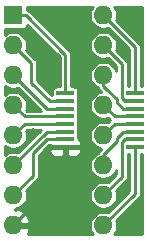
<source format=gbr>
G04 #@! TF.GenerationSoftware,KiCad,Pcbnew,(5.1.5)-3*
G04 #@! TF.CreationDate,2020-06-23T05:06:26-04:00*
G04 #@! TF.ProjectId,dip16tssop,64697031-3674-4737-936f-702e6b696361,rev?*
G04 #@! TF.SameCoordinates,Original*
G04 #@! TF.FileFunction,Copper,L1,Top*
G04 #@! TF.FilePolarity,Positive*
%FSLAX46Y46*%
G04 Gerber Fmt 4.6, Leading zero omitted, Abs format (unit mm)*
G04 Created by KiCad (PCBNEW (5.1.5)-3) date 2020-06-23 05:06:26*
%MOMM*%
%LPD*%
G04 APERTURE LIST*
%ADD10R,1.600000X1.600000*%
%ADD11O,1.600000X1.600000*%
%ADD12R,1.500000X0.450000*%
%ADD13C,0.800000*%
%ADD14C,0.250000*%
%ADD15C,0.239000*%
G04 APERTURE END LIST*
D10*
X106680000Y-71120000D03*
D11*
X114300000Y-88900000D03*
X106680000Y-73660000D03*
X114300000Y-86360000D03*
X106680000Y-76200000D03*
X114300000Y-83820000D03*
X106680000Y-78740000D03*
X114300000Y-81280000D03*
X106680000Y-81280000D03*
X114300000Y-78740000D03*
X106680000Y-83820000D03*
X114300000Y-76200000D03*
X106680000Y-86360000D03*
X114300000Y-73660000D03*
X106680000Y-88900000D03*
X114300000Y-71120000D03*
D12*
X111070600Y-77735000D03*
X111070600Y-78385000D03*
X111070600Y-79035000D03*
X111070600Y-79685000D03*
X111070600Y-80335000D03*
X111070600Y-80985000D03*
X111070600Y-81635000D03*
X111070600Y-82285000D03*
X116970600Y-82285000D03*
X116970600Y-81635000D03*
X116970600Y-80985000D03*
X116970600Y-80335000D03*
X116970600Y-79685000D03*
X116970600Y-79035000D03*
X116970600Y-78385000D03*
X116970600Y-77735000D03*
D13*
X110490000Y-71882000D03*
X108839000Y-73914000D03*
X116586000Y-88392000D03*
X116586000Y-71374000D03*
X108305600Y-81102200D03*
X108305600Y-78917800D03*
D14*
X107730000Y-71120000D02*
X106680000Y-71120000D01*
X111070600Y-74460600D02*
X107730000Y-71120000D01*
X111070600Y-77735000D02*
X111070600Y-74460600D01*
X108204000Y-75184000D02*
X106680000Y-73660000D01*
X108204000Y-76835000D02*
X108204000Y-75184000D01*
X111070600Y-78385000D02*
X109754000Y-78385000D01*
X109754000Y-78385000D02*
X108204000Y-76835000D01*
X116970600Y-86229400D02*
X114300000Y-88900000D01*
X116970600Y-82285000D02*
X116970600Y-86229400D01*
X109515000Y-79035000D02*
X106680000Y-76200000D01*
X111070600Y-79035000D02*
X109515000Y-79035000D01*
X115875011Y-81863989D02*
X115875011Y-84784989D01*
X116970600Y-81635000D02*
X116104000Y-81635000D01*
X115875011Y-84784989D02*
X114300000Y-86360000D01*
X116104000Y-81635000D02*
X115875011Y-81863989D01*
X107625000Y-79685000D02*
X106680000Y-78740000D01*
X111070600Y-79685000D02*
X107625000Y-79685000D01*
X114300000Y-82931000D02*
X114300000Y-83820000D01*
X115425001Y-81530599D02*
X115425001Y-81805999D01*
X116970600Y-80985000D02*
X115970600Y-80985000D01*
X115425001Y-81805999D02*
X114300000Y-82931000D01*
X115970600Y-80985000D02*
X115425001Y-81530599D01*
X107625000Y-80335000D02*
X106680000Y-81280000D01*
X111070600Y-80335000D02*
X107625000Y-80335000D01*
X115245000Y-80335000D02*
X114300000Y-81280000D01*
X116970600Y-80335000D02*
X115245000Y-80335000D01*
X109515000Y-80985000D02*
X106680000Y-83820000D01*
X111070600Y-80985000D02*
X109515000Y-80985000D01*
X115245000Y-79685000D02*
X114300000Y-78740000D01*
X116970600Y-79685000D02*
X115245000Y-79685000D01*
X116970600Y-73790600D02*
X114300000Y-71120000D01*
X116970600Y-77735000D02*
X116970600Y-73790600D01*
X115425001Y-78489401D02*
X115425001Y-78239401D01*
X116970600Y-79035000D02*
X115970600Y-79035000D01*
X115970600Y-79035000D02*
X115425001Y-78489401D01*
X115425001Y-78239401D02*
X114554000Y-77368400D01*
X114554000Y-77368400D02*
X114554000Y-77343000D01*
X114554000Y-77343000D02*
X114300000Y-77089000D01*
X114300000Y-77089000D02*
X114300000Y-76200000D01*
X108331000Y-84709000D02*
X106680000Y-86360000D01*
X111070600Y-81635000D02*
X109501410Y-81635000D01*
X108331000Y-82805410D02*
X108331000Y-84709000D01*
X109501410Y-81635000D02*
X108331000Y-82805410D01*
X115875011Y-75235011D02*
X114300000Y-73660000D01*
X115875011Y-78155800D02*
X115875011Y-75235011D01*
X116104211Y-78385000D02*
X115875011Y-78155800D01*
X116970600Y-78385000D02*
X116104211Y-78385000D01*
X111070600Y-84509400D02*
X106680000Y-88900000D01*
X111070600Y-82285000D02*
X111070600Y-84509400D01*
D15*
G36*
X117564500Y-89624500D02*
G01*
X115209220Y-89624500D01*
X115326649Y-89448755D01*
X115413979Y-89237922D01*
X115458500Y-89014102D01*
X115458500Y-88785898D01*
X115413979Y-88562078D01*
X115386949Y-88496823D01*
X117295693Y-86588079D01*
X117314140Y-86572940D01*
X117336313Y-86545922D01*
X117374560Y-86499319D01*
X117419457Y-86415323D01*
X117447104Y-86324182D01*
X117454100Y-86253149D01*
X117454100Y-86253146D01*
X117456439Y-86229400D01*
X117454100Y-86205654D01*
X117454100Y-82870234D01*
X117564500Y-82870234D01*
X117564500Y-89624500D01*
G37*
X117564500Y-89624500D02*
X115209220Y-89624500D01*
X115326649Y-89448755D01*
X115413979Y-89237922D01*
X115458500Y-89014102D01*
X115458500Y-88785898D01*
X115413979Y-88562078D01*
X115386949Y-88496823D01*
X117295693Y-86588079D01*
X117314140Y-86572940D01*
X117336313Y-86545922D01*
X117374560Y-86499319D01*
X117419457Y-86415323D01*
X117447104Y-86324182D01*
X117454100Y-86253149D01*
X117454100Y-86253146D01*
X117456439Y-86229400D01*
X117454100Y-86205654D01*
X117454100Y-82870234D01*
X117564500Y-82870234D01*
X117564500Y-89624500D01*
G36*
X113273351Y-70571245D02*
G01*
X113186021Y-70782078D01*
X113141500Y-71005898D01*
X113141500Y-71234102D01*
X113186021Y-71457922D01*
X113273351Y-71668755D01*
X113400135Y-71858500D01*
X113561500Y-72019865D01*
X113751245Y-72146649D01*
X113962078Y-72233979D01*
X114185898Y-72278500D01*
X114414102Y-72278500D01*
X114637922Y-72233979D01*
X114703177Y-72206949D01*
X116487101Y-73990873D01*
X116487100Y-77149766D01*
X116358511Y-77149766D01*
X116358511Y-75258750D01*
X116360849Y-75235011D01*
X116358511Y-75211272D01*
X116358511Y-75211262D01*
X116351515Y-75140229D01*
X116323868Y-75049088D01*
X116296602Y-74998077D01*
X116278971Y-74965092D01*
X116233690Y-74909918D01*
X116218551Y-74891471D01*
X116200104Y-74876332D01*
X115386949Y-74063177D01*
X115413979Y-73997922D01*
X115458500Y-73774102D01*
X115458500Y-73545898D01*
X115413979Y-73322078D01*
X115326649Y-73111245D01*
X115199865Y-72921500D01*
X115038500Y-72760135D01*
X114848755Y-72633351D01*
X114637922Y-72546021D01*
X114414102Y-72501500D01*
X114185898Y-72501500D01*
X113962078Y-72546021D01*
X113751245Y-72633351D01*
X113561500Y-72760135D01*
X113400135Y-72921500D01*
X113273351Y-73111245D01*
X113186021Y-73322078D01*
X113141500Y-73545898D01*
X113141500Y-73774102D01*
X113186021Y-73997922D01*
X113273351Y-74208755D01*
X113400135Y-74398500D01*
X113561500Y-74559865D01*
X113751245Y-74686649D01*
X113962078Y-74773979D01*
X114185898Y-74818500D01*
X114414102Y-74818500D01*
X114637922Y-74773979D01*
X114703177Y-74746949D01*
X115391512Y-75435284D01*
X115391512Y-75807837D01*
X115326649Y-75651245D01*
X115199865Y-75461500D01*
X115038500Y-75300135D01*
X114848755Y-75173351D01*
X114637922Y-75086021D01*
X114414102Y-75041500D01*
X114185898Y-75041500D01*
X113962078Y-75086021D01*
X113751245Y-75173351D01*
X113561500Y-75300135D01*
X113400135Y-75461500D01*
X113273351Y-75651245D01*
X113186021Y-75862078D01*
X113141500Y-76085898D01*
X113141500Y-76314102D01*
X113186021Y-76537922D01*
X113273351Y-76748755D01*
X113400135Y-76938500D01*
X113561500Y-77099865D01*
X113751245Y-77226649D01*
X113848751Y-77267037D01*
X113851143Y-77274922D01*
X113896040Y-77358918D01*
X113956460Y-77432540D01*
X113974907Y-77447679D01*
X114121531Y-77594303D01*
X113962078Y-77626021D01*
X113751245Y-77713351D01*
X113561500Y-77840135D01*
X113400135Y-78001500D01*
X113273351Y-78191245D01*
X113186021Y-78402078D01*
X113141500Y-78625898D01*
X113141500Y-78854102D01*
X113186021Y-79077922D01*
X113273351Y-79288755D01*
X113400135Y-79478500D01*
X113561500Y-79639865D01*
X113751245Y-79766649D01*
X113962078Y-79853979D01*
X114185898Y-79898500D01*
X114414102Y-79898500D01*
X114637922Y-79853979D01*
X114703177Y-79826949D01*
X114886228Y-80010000D01*
X114703177Y-80193051D01*
X114637922Y-80166021D01*
X114414102Y-80121500D01*
X114185898Y-80121500D01*
X113962078Y-80166021D01*
X113751245Y-80253351D01*
X113561500Y-80380135D01*
X113400135Y-80541500D01*
X113273351Y-80731245D01*
X113186021Y-80942078D01*
X113141500Y-81165898D01*
X113141500Y-81394102D01*
X113186021Y-81617922D01*
X113273351Y-81828755D01*
X113400135Y-82018500D01*
X113561500Y-82179865D01*
X113751245Y-82306649D01*
X113962078Y-82393979D01*
X114121531Y-82425697D01*
X113974907Y-82572321D01*
X113956460Y-82587460D01*
X113896040Y-82661082D01*
X113851143Y-82745078D01*
X113848751Y-82752963D01*
X113751245Y-82793351D01*
X113561500Y-82920135D01*
X113400135Y-83081500D01*
X113273351Y-83271245D01*
X113186021Y-83482078D01*
X113141500Y-83705898D01*
X113141500Y-83934102D01*
X113186021Y-84157922D01*
X113273351Y-84368755D01*
X113400135Y-84558500D01*
X113561500Y-84719865D01*
X113751245Y-84846649D01*
X113962078Y-84933979D01*
X114185898Y-84978500D01*
X114414102Y-84978500D01*
X114637922Y-84933979D01*
X114848755Y-84846649D01*
X115038500Y-84719865D01*
X115199865Y-84558500D01*
X115326649Y-84368755D01*
X115391512Y-84212163D01*
X115391512Y-84584716D01*
X114703177Y-85273051D01*
X114637922Y-85246021D01*
X114414102Y-85201500D01*
X114185898Y-85201500D01*
X113962078Y-85246021D01*
X113751245Y-85333351D01*
X113561500Y-85460135D01*
X113400135Y-85621500D01*
X113273351Y-85811245D01*
X113186021Y-86022078D01*
X113141500Y-86245898D01*
X113141500Y-86474102D01*
X113186021Y-86697922D01*
X113273351Y-86908755D01*
X113400135Y-87098500D01*
X113561500Y-87259865D01*
X113751245Y-87386649D01*
X113962078Y-87473979D01*
X114185898Y-87518500D01*
X114414102Y-87518500D01*
X114637922Y-87473979D01*
X114848755Y-87386649D01*
X115038500Y-87259865D01*
X115199865Y-87098500D01*
X115326649Y-86908755D01*
X115413979Y-86697922D01*
X115458500Y-86474102D01*
X115458500Y-86245898D01*
X115413979Y-86022078D01*
X115386949Y-85956823D01*
X116200104Y-85143668D01*
X116218551Y-85128529D01*
X116236687Y-85106431D01*
X116278971Y-85054908D01*
X116323868Y-84970912D01*
X116335071Y-84933979D01*
X116351515Y-84879771D01*
X116358511Y-84808738D01*
X116358511Y-84808728D01*
X116360849Y-84784989D01*
X116358511Y-84761250D01*
X116358511Y-82870234D01*
X116487100Y-82870234D01*
X116487101Y-86029127D01*
X114703177Y-87813051D01*
X114637922Y-87786021D01*
X114414102Y-87741500D01*
X114185898Y-87741500D01*
X113962078Y-87786021D01*
X113751245Y-87873351D01*
X113561500Y-88000135D01*
X113400135Y-88161500D01*
X113273351Y-88351245D01*
X113186021Y-88562078D01*
X113141500Y-88785898D01*
X113141500Y-89014102D01*
X113186021Y-89237922D01*
X113273351Y-89448755D01*
X113390780Y-89624500D01*
X107909738Y-89624500D01*
X108026922Y-89372836D01*
X108062613Y-89255161D01*
X107943486Y-89034500D01*
X106814500Y-89034500D01*
X106814500Y-89054500D01*
X106545500Y-89054500D01*
X106545500Y-89034500D01*
X106525500Y-89034500D01*
X106525500Y-88765500D01*
X106545500Y-88765500D01*
X106545500Y-88745500D01*
X106814500Y-88745500D01*
X106814500Y-88765500D01*
X107943486Y-88765500D01*
X108062613Y-88544839D01*
X108026922Y-88427164D01*
X107908796Y-88173478D01*
X107743448Y-87947712D01*
X107537232Y-87758542D01*
X107298073Y-87613237D01*
X107035162Y-87517382D01*
X106814502Y-87635719D01*
X106814502Y-87514442D01*
X107017922Y-87473979D01*
X107228755Y-87386649D01*
X107418500Y-87259865D01*
X107579865Y-87098500D01*
X107706649Y-86908755D01*
X107793979Y-86697922D01*
X107838500Y-86474102D01*
X107838500Y-86245898D01*
X107793979Y-86022078D01*
X107766949Y-85956823D01*
X108656093Y-85067679D01*
X108674540Y-85052540D01*
X108734960Y-84978918D01*
X108779857Y-84894923D01*
X108807504Y-84803782D01*
X108814500Y-84732749D01*
X108814500Y-84732746D01*
X108816839Y-84709000D01*
X108814500Y-84685254D01*
X108814500Y-83005682D01*
X109272807Y-82547375D01*
X109693100Y-82547375D01*
X109704436Y-82643855D01*
X109742389Y-82761491D01*
X109802562Y-82869462D01*
X109882644Y-82963619D01*
X109979556Y-83040344D01*
X110089574Y-83096688D01*
X110208470Y-83130486D01*
X110331675Y-83140439D01*
X110779225Y-83137500D01*
X110936100Y-82980625D01*
X110936100Y-82390500D01*
X111205100Y-82390500D01*
X111205100Y-82980625D01*
X111361975Y-83137500D01*
X111809525Y-83140439D01*
X111932730Y-83130486D01*
X112051626Y-83096688D01*
X112161644Y-83040344D01*
X112258556Y-82963619D01*
X112338638Y-82869462D01*
X112398811Y-82761491D01*
X112436764Y-82643855D01*
X112448100Y-82547375D01*
X112291225Y-82390500D01*
X111205100Y-82390500D01*
X110936100Y-82390500D01*
X109849975Y-82390500D01*
X109693100Y-82547375D01*
X109272807Y-82547375D01*
X109701682Y-82118500D01*
X109788975Y-82118500D01*
X109849975Y-82179500D01*
X110157837Y-82179500D01*
X110182744Y-82192813D01*
X110250322Y-82213312D01*
X110320600Y-82220234D01*
X111820600Y-82220234D01*
X111890878Y-82213312D01*
X111958456Y-82192813D01*
X111983363Y-82179500D01*
X112291225Y-82179500D01*
X112448100Y-82022625D01*
X112436764Y-81926145D01*
X112398811Y-81808509D01*
X112338638Y-81700538D01*
X112258556Y-81606381D01*
X112180834Y-81544849D01*
X112180834Y-81410000D01*
X112173912Y-81339722D01*
X112164896Y-81310000D01*
X112173912Y-81280278D01*
X112180834Y-81210000D01*
X112180834Y-80760000D01*
X112173912Y-80689722D01*
X112164896Y-80660000D01*
X112173912Y-80630278D01*
X112180834Y-80560000D01*
X112180834Y-80110000D01*
X112173912Y-80039722D01*
X112164896Y-80010000D01*
X112173912Y-79980278D01*
X112180834Y-79910000D01*
X112180834Y-79460000D01*
X112173912Y-79389722D01*
X112164896Y-79360000D01*
X112173912Y-79330278D01*
X112180834Y-79260000D01*
X112180834Y-78810000D01*
X112173912Y-78739722D01*
X112164896Y-78710000D01*
X112173912Y-78680278D01*
X112180834Y-78610000D01*
X112180834Y-78160000D01*
X112173912Y-78089722D01*
X112164896Y-78060000D01*
X112173912Y-78030278D01*
X112180834Y-77960000D01*
X112180834Y-77510000D01*
X112173912Y-77439722D01*
X112153413Y-77372144D01*
X112120124Y-77309865D01*
X112075324Y-77255276D01*
X112020735Y-77210476D01*
X111958456Y-77177187D01*
X111890878Y-77156688D01*
X111820600Y-77149766D01*
X111554100Y-77149766D01*
X111554100Y-74484346D01*
X111556439Y-74460600D01*
X111554100Y-74436851D01*
X111547104Y-74365818D01*
X111519457Y-74274677D01*
X111500631Y-74239457D01*
X111474560Y-74190681D01*
X111429279Y-74135507D01*
X111414140Y-74117060D01*
X111395693Y-74101921D01*
X108088679Y-70794907D01*
X108073540Y-70776460D01*
X107999918Y-70716040D01*
X107915923Y-70671143D01*
X107840234Y-70648183D01*
X107840234Y-70395500D01*
X113390780Y-70395500D01*
X113273351Y-70571245D01*
G37*
X113273351Y-70571245D02*
X113186021Y-70782078D01*
X113141500Y-71005898D01*
X113141500Y-71234102D01*
X113186021Y-71457922D01*
X113273351Y-71668755D01*
X113400135Y-71858500D01*
X113561500Y-72019865D01*
X113751245Y-72146649D01*
X113962078Y-72233979D01*
X114185898Y-72278500D01*
X114414102Y-72278500D01*
X114637922Y-72233979D01*
X114703177Y-72206949D01*
X116487101Y-73990873D01*
X116487100Y-77149766D01*
X116358511Y-77149766D01*
X116358511Y-75258750D01*
X116360849Y-75235011D01*
X116358511Y-75211272D01*
X116358511Y-75211262D01*
X116351515Y-75140229D01*
X116323868Y-75049088D01*
X116296602Y-74998077D01*
X116278971Y-74965092D01*
X116233690Y-74909918D01*
X116218551Y-74891471D01*
X116200104Y-74876332D01*
X115386949Y-74063177D01*
X115413979Y-73997922D01*
X115458500Y-73774102D01*
X115458500Y-73545898D01*
X115413979Y-73322078D01*
X115326649Y-73111245D01*
X115199865Y-72921500D01*
X115038500Y-72760135D01*
X114848755Y-72633351D01*
X114637922Y-72546021D01*
X114414102Y-72501500D01*
X114185898Y-72501500D01*
X113962078Y-72546021D01*
X113751245Y-72633351D01*
X113561500Y-72760135D01*
X113400135Y-72921500D01*
X113273351Y-73111245D01*
X113186021Y-73322078D01*
X113141500Y-73545898D01*
X113141500Y-73774102D01*
X113186021Y-73997922D01*
X113273351Y-74208755D01*
X113400135Y-74398500D01*
X113561500Y-74559865D01*
X113751245Y-74686649D01*
X113962078Y-74773979D01*
X114185898Y-74818500D01*
X114414102Y-74818500D01*
X114637922Y-74773979D01*
X114703177Y-74746949D01*
X115391512Y-75435284D01*
X115391512Y-75807837D01*
X115326649Y-75651245D01*
X115199865Y-75461500D01*
X115038500Y-75300135D01*
X114848755Y-75173351D01*
X114637922Y-75086021D01*
X114414102Y-75041500D01*
X114185898Y-75041500D01*
X113962078Y-75086021D01*
X113751245Y-75173351D01*
X113561500Y-75300135D01*
X113400135Y-75461500D01*
X113273351Y-75651245D01*
X113186021Y-75862078D01*
X113141500Y-76085898D01*
X113141500Y-76314102D01*
X113186021Y-76537922D01*
X113273351Y-76748755D01*
X113400135Y-76938500D01*
X113561500Y-77099865D01*
X113751245Y-77226649D01*
X113848751Y-77267037D01*
X113851143Y-77274922D01*
X113896040Y-77358918D01*
X113956460Y-77432540D01*
X113974907Y-77447679D01*
X114121531Y-77594303D01*
X113962078Y-77626021D01*
X113751245Y-77713351D01*
X113561500Y-77840135D01*
X113400135Y-78001500D01*
X113273351Y-78191245D01*
X113186021Y-78402078D01*
X113141500Y-78625898D01*
X113141500Y-78854102D01*
X113186021Y-79077922D01*
X113273351Y-79288755D01*
X113400135Y-79478500D01*
X113561500Y-79639865D01*
X113751245Y-79766649D01*
X113962078Y-79853979D01*
X114185898Y-79898500D01*
X114414102Y-79898500D01*
X114637922Y-79853979D01*
X114703177Y-79826949D01*
X114886228Y-80010000D01*
X114703177Y-80193051D01*
X114637922Y-80166021D01*
X114414102Y-80121500D01*
X114185898Y-80121500D01*
X113962078Y-80166021D01*
X113751245Y-80253351D01*
X113561500Y-80380135D01*
X113400135Y-80541500D01*
X113273351Y-80731245D01*
X113186021Y-80942078D01*
X113141500Y-81165898D01*
X113141500Y-81394102D01*
X113186021Y-81617922D01*
X113273351Y-81828755D01*
X113400135Y-82018500D01*
X113561500Y-82179865D01*
X113751245Y-82306649D01*
X113962078Y-82393979D01*
X114121531Y-82425697D01*
X113974907Y-82572321D01*
X113956460Y-82587460D01*
X113896040Y-82661082D01*
X113851143Y-82745078D01*
X113848751Y-82752963D01*
X113751245Y-82793351D01*
X113561500Y-82920135D01*
X113400135Y-83081500D01*
X113273351Y-83271245D01*
X113186021Y-83482078D01*
X113141500Y-83705898D01*
X113141500Y-83934102D01*
X113186021Y-84157922D01*
X113273351Y-84368755D01*
X113400135Y-84558500D01*
X113561500Y-84719865D01*
X113751245Y-84846649D01*
X113962078Y-84933979D01*
X114185898Y-84978500D01*
X114414102Y-84978500D01*
X114637922Y-84933979D01*
X114848755Y-84846649D01*
X115038500Y-84719865D01*
X115199865Y-84558500D01*
X115326649Y-84368755D01*
X115391512Y-84212163D01*
X115391512Y-84584716D01*
X114703177Y-85273051D01*
X114637922Y-85246021D01*
X114414102Y-85201500D01*
X114185898Y-85201500D01*
X113962078Y-85246021D01*
X113751245Y-85333351D01*
X113561500Y-85460135D01*
X113400135Y-85621500D01*
X113273351Y-85811245D01*
X113186021Y-86022078D01*
X113141500Y-86245898D01*
X113141500Y-86474102D01*
X113186021Y-86697922D01*
X113273351Y-86908755D01*
X113400135Y-87098500D01*
X113561500Y-87259865D01*
X113751245Y-87386649D01*
X113962078Y-87473979D01*
X114185898Y-87518500D01*
X114414102Y-87518500D01*
X114637922Y-87473979D01*
X114848755Y-87386649D01*
X115038500Y-87259865D01*
X115199865Y-87098500D01*
X115326649Y-86908755D01*
X115413979Y-86697922D01*
X115458500Y-86474102D01*
X115458500Y-86245898D01*
X115413979Y-86022078D01*
X115386949Y-85956823D01*
X116200104Y-85143668D01*
X116218551Y-85128529D01*
X116236687Y-85106431D01*
X116278971Y-85054908D01*
X116323868Y-84970912D01*
X116335071Y-84933979D01*
X116351515Y-84879771D01*
X116358511Y-84808738D01*
X116358511Y-84808728D01*
X116360849Y-84784989D01*
X116358511Y-84761250D01*
X116358511Y-82870234D01*
X116487100Y-82870234D01*
X116487101Y-86029127D01*
X114703177Y-87813051D01*
X114637922Y-87786021D01*
X114414102Y-87741500D01*
X114185898Y-87741500D01*
X113962078Y-87786021D01*
X113751245Y-87873351D01*
X113561500Y-88000135D01*
X113400135Y-88161500D01*
X113273351Y-88351245D01*
X113186021Y-88562078D01*
X113141500Y-88785898D01*
X113141500Y-89014102D01*
X113186021Y-89237922D01*
X113273351Y-89448755D01*
X113390780Y-89624500D01*
X107909738Y-89624500D01*
X108026922Y-89372836D01*
X108062613Y-89255161D01*
X107943486Y-89034500D01*
X106814500Y-89034500D01*
X106814500Y-89054500D01*
X106545500Y-89054500D01*
X106545500Y-89034500D01*
X106525500Y-89034500D01*
X106525500Y-88765500D01*
X106545500Y-88765500D01*
X106545500Y-88745500D01*
X106814500Y-88745500D01*
X106814500Y-88765500D01*
X107943486Y-88765500D01*
X108062613Y-88544839D01*
X108026922Y-88427164D01*
X107908796Y-88173478D01*
X107743448Y-87947712D01*
X107537232Y-87758542D01*
X107298073Y-87613237D01*
X107035162Y-87517382D01*
X106814502Y-87635719D01*
X106814502Y-87514442D01*
X107017922Y-87473979D01*
X107228755Y-87386649D01*
X107418500Y-87259865D01*
X107579865Y-87098500D01*
X107706649Y-86908755D01*
X107793979Y-86697922D01*
X107838500Y-86474102D01*
X107838500Y-86245898D01*
X107793979Y-86022078D01*
X107766949Y-85956823D01*
X108656093Y-85067679D01*
X108674540Y-85052540D01*
X108734960Y-84978918D01*
X108779857Y-84894923D01*
X108807504Y-84803782D01*
X108814500Y-84732749D01*
X108814500Y-84732746D01*
X108816839Y-84709000D01*
X108814500Y-84685254D01*
X108814500Y-83005682D01*
X109272807Y-82547375D01*
X109693100Y-82547375D01*
X109704436Y-82643855D01*
X109742389Y-82761491D01*
X109802562Y-82869462D01*
X109882644Y-82963619D01*
X109979556Y-83040344D01*
X110089574Y-83096688D01*
X110208470Y-83130486D01*
X110331675Y-83140439D01*
X110779225Y-83137500D01*
X110936100Y-82980625D01*
X110936100Y-82390500D01*
X111205100Y-82390500D01*
X111205100Y-82980625D01*
X111361975Y-83137500D01*
X111809525Y-83140439D01*
X111932730Y-83130486D01*
X112051626Y-83096688D01*
X112161644Y-83040344D01*
X112258556Y-82963619D01*
X112338638Y-82869462D01*
X112398811Y-82761491D01*
X112436764Y-82643855D01*
X112448100Y-82547375D01*
X112291225Y-82390500D01*
X111205100Y-82390500D01*
X110936100Y-82390500D01*
X109849975Y-82390500D01*
X109693100Y-82547375D01*
X109272807Y-82547375D01*
X109701682Y-82118500D01*
X109788975Y-82118500D01*
X109849975Y-82179500D01*
X110157837Y-82179500D01*
X110182744Y-82192813D01*
X110250322Y-82213312D01*
X110320600Y-82220234D01*
X111820600Y-82220234D01*
X111890878Y-82213312D01*
X111958456Y-82192813D01*
X111983363Y-82179500D01*
X112291225Y-82179500D01*
X112448100Y-82022625D01*
X112436764Y-81926145D01*
X112398811Y-81808509D01*
X112338638Y-81700538D01*
X112258556Y-81606381D01*
X112180834Y-81544849D01*
X112180834Y-81410000D01*
X112173912Y-81339722D01*
X112164896Y-81310000D01*
X112173912Y-81280278D01*
X112180834Y-81210000D01*
X112180834Y-80760000D01*
X112173912Y-80689722D01*
X112164896Y-80660000D01*
X112173912Y-80630278D01*
X112180834Y-80560000D01*
X112180834Y-80110000D01*
X112173912Y-80039722D01*
X112164896Y-80010000D01*
X112173912Y-79980278D01*
X112180834Y-79910000D01*
X112180834Y-79460000D01*
X112173912Y-79389722D01*
X112164896Y-79360000D01*
X112173912Y-79330278D01*
X112180834Y-79260000D01*
X112180834Y-78810000D01*
X112173912Y-78739722D01*
X112164896Y-78710000D01*
X112173912Y-78680278D01*
X112180834Y-78610000D01*
X112180834Y-78160000D01*
X112173912Y-78089722D01*
X112164896Y-78060000D01*
X112173912Y-78030278D01*
X112180834Y-77960000D01*
X112180834Y-77510000D01*
X112173912Y-77439722D01*
X112153413Y-77372144D01*
X112120124Y-77309865D01*
X112075324Y-77255276D01*
X112020735Y-77210476D01*
X111958456Y-77177187D01*
X111890878Y-77156688D01*
X111820600Y-77149766D01*
X111554100Y-77149766D01*
X111554100Y-74484346D01*
X111556439Y-74460600D01*
X111554100Y-74436851D01*
X111547104Y-74365818D01*
X111519457Y-74274677D01*
X111500631Y-74239457D01*
X111474560Y-74190681D01*
X111429279Y-74135507D01*
X111414140Y-74117060D01*
X111395693Y-74101921D01*
X108088679Y-70794907D01*
X108073540Y-70776460D01*
X107999918Y-70716040D01*
X107915923Y-70671143D01*
X107840234Y-70648183D01*
X107840234Y-70395500D01*
X113390780Y-70395500D01*
X113273351Y-70571245D01*
G36*
X107083177Y-82733051D02*
G01*
X107017922Y-82706021D01*
X106794102Y-82661500D01*
X106565898Y-82661500D01*
X106342078Y-82706021D01*
X106131245Y-82793351D01*
X105955500Y-82910780D01*
X105955500Y-82189220D01*
X106131245Y-82306649D01*
X106342078Y-82393979D01*
X106565898Y-82438500D01*
X106794102Y-82438500D01*
X107017922Y-82393979D01*
X107228755Y-82306649D01*
X107418500Y-82179865D01*
X107579865Y-82018500D01*
X107706649Y-81828755D01*
X107793979Y-81617922D01*
X107838500Y-81394102D01*
X107838500Y-81165898D01*
X107793979Y-80942078D01*
X107766949Y-80876823D01*
X107825272Y-80818500D01*
X108997728Y-80818500D01*
X107083177Y-82733051D01*
G37*
X107083177Y-82733051D02*
X107017922Y-82706021D01*
X106794102Y-82661500D01*
X106565898Y-82661500D01*
X106342078Y-82706021D01*
X106131245Y-82793351D01*
X105955500Y-82910780D01*
X105955500Y-82189220D01*
X106131245Y-82306649D01*
X106342078Y-82393979D01*
X106565898Y-82438500D01*
X106794102Y-82438500D01*
X107017922Y-82393979D01*
X107228755Y-82306649D01*
X107418500Y-82179865D01*
X107579865Y-82018500D01*
X107706649Y-81828755D01*
X107793979Y-81617922D01*
X107838500Y-81394102D01*
X107838500Y-81165898D01*
X107793979Y-80942078D01*
X107766949Y-80876823D01*
X107825272Y-80818500D01*
X108997728Y-80818500D01*
X107083177Y-82733051D01*
G36*
X106131245Y-77226649D02*
G01*
X106342078Y-77313979D01*
X106565898Y-77358500D01*
X106794102Y-77358500D01*
X107017922Y-77313979D01*
X107083177Y-77286949D01*
X108997728Y-79201500D01*
X107825272Y-79201500D01*
X107766949Y-79143177D01*
X107793979Y-79077922D01*
X107838500Y-78854102D01*
X107838500Y-78625898D01*
X107793979Y-78402078D01*
X107706649Y-78191245D01*
X107579865Y-78001500D01*
X107418500Y-77840135D01*
X107228755Y-77713351D01*
X107017922Y-77626021D01*
X106794102Y-77581500D01*
X106565898Y-77581500D01*
X106342078Y-77626021D01*
X106131245Y-77713351D01*
X105955500Y-77830780D01*
X105955500Y-77109220D01*
X106131245Y-77226649D01*
G37*
X106131245Y-77226649D02*
X106342078Y-77313979D01*
X106565898Y-77358500D01*
X106794102Y-77358500D01*
X107017922Y-77313979D01*
X107083177Y-77286949D01*
X108997728Y-79201500D01*
X107825272Y-79201500D01*
X107766949Y-79143177D01*
X107793979Y-79077922D01*
X107838500Y-78854102D01*
X107838500Y-78625898D01*
X107793979Y-78402078D01*
X107706649Y-78191245D01*
X107579865Y-78001500D01*
X107418500Y-77840135D01*
X107228755Y-77713351D01*
X107017922Y-77626021D01*
X106794102Y-77581500D01*
X106565898Y-77581500D01*
X106342078Y-77626021D01*
X106131245Y-77713351D01*
X105955500Y-77830780D01*
X105955500Y-77109220D01*
X106131245Y-77226649D01*
G36*
X110587101Y-74660873D02*
G01*
X110587100Y-77149766D01*
X110320600Y-77149766D01*
X110250322Y-77156688D01*
X110182744Y-77177187D01*
X110120465Y-77210476D01*
X110065876Y-77255276D01*
X110021076Y-77309865D01*
X109987787Y-77372144D01*
X109967288Y-77439722D01*
X109960366Y-77510000D01*
X109960366Y-77901500D01*
X109954273Y-77901500D01*
X108687500Y-76634728D01*
X108687500Y-75207738D01*
X108689838Y-75183999D01*
X108687500Y-75160260D01*
X108687500Y-75160251D01*
X108680504Y-75089218D01*
X108652857Y-74998077D01*
X108607960Y-74914082D01*
X108547540Y-74840460D01*
X108529093Y-74825321D01*
X107766949Y-74063177D01*
X107793979Y-73997922D01*
X107838500Y-73774102D01*
X107838500Y-73545898D01*
X107793979Y-73322078D01*
X107706649Y-73111245D01*
X107579865Y-72921500D01*
X107418500Y-72760135D01*
X107228755Y-72633351D01*
X107017922Y-72546021D01*
X106794102Y-72501500D01*
X106565898Y-72501500D01*
X106342078Y-72546021D01*
X106131245Y-72633351D01*
X105955500Y-72750780D01*
X105955500Y-72280234D01*
X107480000Y-72280234D01*
X107550278Y-72273312D01*
X107617856Y-72252813D01*
X107680135Y-72219524D01*
X107734724Y-72174724D01*
X107779524Y-72120135D01*
X107812813Y-72057856D01*
X107833312Y-71990278D01*
X107840234Y-71920000D01*
X107840234Y-71914006D01*
X110587101Y-74660873D01*
G37*
X110587101Y-74660873D02*
X110587100Y-77149766D01*
X110320600Y-77149766D01*
X110250322Y-77156688D01*
X110182744Y-77177187D01*
X110120465Y-77210476D01*
X110065876Y-77255276D01*
X110021076Y-77309865D01*
X109987787Y-77372144D01*
X109967288Y-77439722D01*
X109960366Y-77510000D01*
X109960366Y-77901500D01*
X109954273Y-77901500D01*
X108687500Y-76634728D01*
X108687500Y-75207738D01*
X108689838Y-75183999D01*
X108687500Y-75160260D01*
X108687500Y-75160251D01*
X108680504Y-75089218D01*
X108652857Y-74998077D01*
X108607960Y-74914082D01*
X108547540Y-74840460D01*
X108529093Y-74825321D01*
X107766949Y-74063177D01*
X107793979Y-73997922D01*
X107838500Y-73774102D01*
X107838500Y-73545898D01*
X107793979Y-73322078D01*
X107706649Y-73111245D01*
X107579865Y-72921500D01*
X107418500Y-72760135D01*
X107228755Y-72633351D01*
X107017922Y-72546021D01*
X106794102Y-72501500D01*
X106565898Y-72501500D01*
X106342078Y-72546021D01*
X106131245Y-72633351D01*
X105955500Y-72750780D01*
X105955500Y-72280234D01*
X107480000Y-72280234D01*
X107550278Y-72273312D01*
X107617856Y-72252813D01*
X107680135Y-72219524D01*
X107734724Y-72174724D01*
X107779524Y-72120135D01*
X107812813Y-72057856D01*
X107833312Y-71990278D01*
X107840234Y-71920000D01*
X107840234Y-71914006D01*
X110587101Y-74660873D01*
G36*
X117564501Y-77149766D02*
G01*
X117454100Y-77149766D01*
X117454100Y-73814346D01*
X117456439Y-73790600D01*
X117452911Y-73754782D01*
X117447104Y-73695818D01*
X117419457Y-73604677D01*
X117374560Y-73520681D01*
X117329279Y-73465507D01*
X117314140Y-73447060D01*
X117295693Y-73431921D01*
X115386949Y-71523177D01*
X115413979Y-71457922D01*
X115458500Y-71234102D01*
X115458500Y-71005898D01*
X115413979Y-70782078D01*
X115326649Y-70571245D01*
X115209220Y-70395500D01*
X117564501Y-70395500D01*
X117564501Y-77149766D01*
G37*
X117564501Y-77149766D02*
X117454100Y-77149766D01*
X117454100Y-73814346D01*
X117456439Y-73790600D01*
X117452911Y-73754782D01*
X117447104Y-73695818D01*
X117419457Y-73604677D01*
X117374560Y-73520681D01*
X117329279Y-73465507D01*
X117314140Y-73447060D01*
X117295693Y-73431921D01*
X115386949Y-71523177D01*
X115413979Y-71457922D01*
X115458500Y-71234102D01*
X115458500Y-71005898D01*
X115413979Y-70782078D01*
X115326649Y-70571245D01*
X115209220Y-70395500D01*
X117564501Y-70395500D01*
X117564501Y-77149766D01*
M02*

</source>
